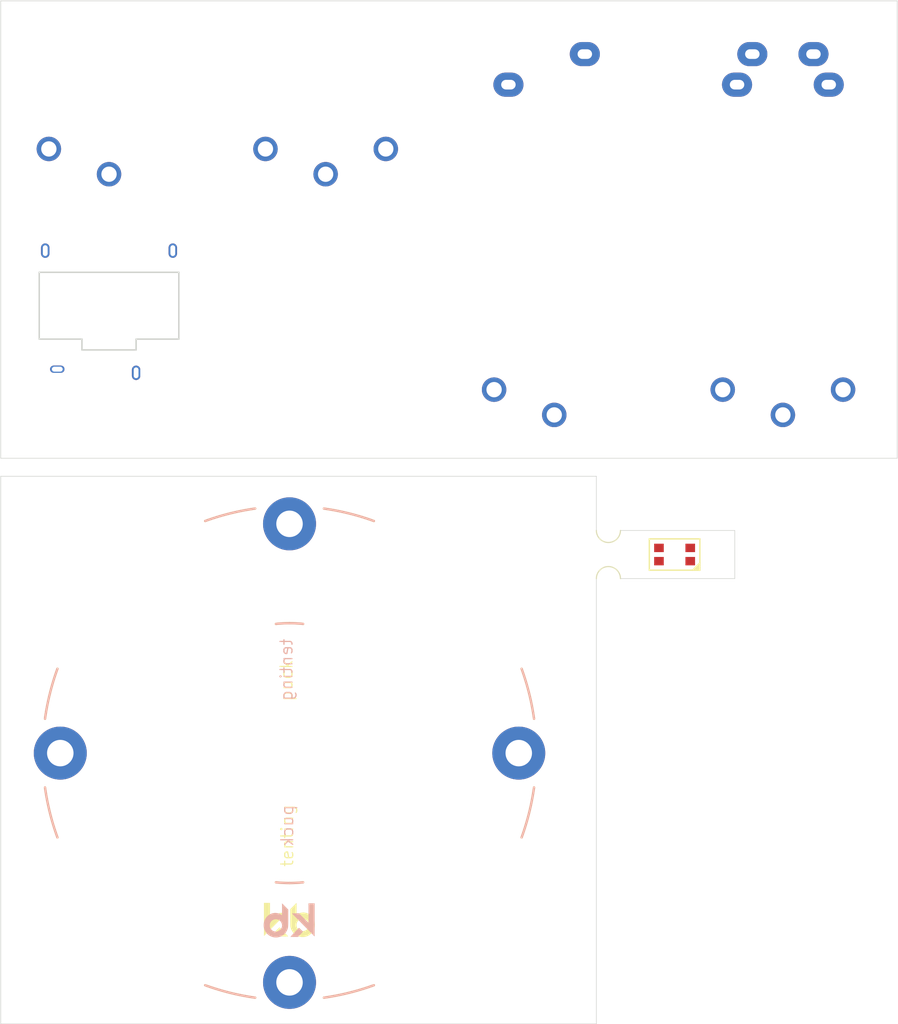
<source format=kicad_pcb>
(kicad_pcb (version 20171130) (host pcbnew 5.1.6)

  (general
    (thickness 1.6)
    (drawings 14)
    (tracks 0)
    (zones 0)
    (modules 10)
    (nets 1)
  )

  (page A4)
  (layers
    (0 F.Cu signal)
    (31 B.Cu signal)
    (32 B.Adhes user)
    (33 F.Adhes user)
    (34 B.Paste user)
    (35 F.Paste user)
    (36 B.SilkS user)
    (37 F.SilkS user)
    (38 B.Mask user)
    (39 F.Mask user)
    (40 Dwgs.User user)
    (41 Cmts.User user)
    (42 Eco1.User user)
    (43 Eco2.User user)
    (44 Edge.Cuts user)
    (45 Margin user)
    (46 B.CrtYd user)
    (47 F.CrtYd user)
    (48 B.Fab user)
    (49 F.Fab user)
  )

  (setup
    (last_trace_width 0.25)
    (trace_clearance 0.2)
    (zone_clearance 0.508)
    (zone_45_only no)
    (trace_min 0.2)
    (via_size 0.8)
    (via_drill 0.4)
    (via_min_size 0.4)
    (via_min_drill 0.3)
    (uvia_size 0.3)
    (uvia_drill 0.1)
    (uvias_allowed no)
    (uvia_min_size 0.2)
    (uvia_min_drill 0.1)
    (edge_width 0.05)
    (segment_width 0.2)
    (pcb_text_width 0.3)
    (pcb_text_size 1.5 1.5)
    (mod_edge_width 0.12)
    (mod_text_size 1 1)
    (mod_text_width 0.15)
    (pad_size 1.524 1.524)
    (pad_drill 0.762)
    (pad_to_mask_clearance 0.05)
    (aux_axis_origin 0 0)
    (visible_elements FFFFFF7F)
    (pcbplotparams
      (layerselection 0x010fc_ffffffff)
      (usegerberextensions false)
      (usegerberattributes true)
      (usegerberadvancedattributes true)
      (creategerberjobfile true)
      (excludeedgelayer true)
      (linewidth 0.100000)
      (plotframeref false)
      (viasonmask false)
      (mode 1)
      (useauxorigin false)
      (hpglpennumber 1)
      (hpglpenspeed 20)
      (hpglpendiameter 15.000000)
      (psnegative false)
      (psa4output false)
      (plotreference true)
      (plotvalue true)
      (plotinvisibletext false)
      (padsonsilk false)
      (subtractmaskfromsilk false)
      (outputformat 1)
      (mirror false)
      (drillshape 1)
      (scaleselection 1)
      (outputdirectory ""))
  )

  (net 0 "")

  (net_class Default "This is the default net class."
    (clearance 0.2)
    (trace_width 0.25)
    (via_dia 0.8)
    (via_drill 0.4)
    (uvia_dia 0.3)
    (uvia_drill 0.1)
  )

  (module panelization:mouse-bite-2mm-slot (layer F.Cu) (tedit 551DB891) (tstamp 5F8422A7)
    (at 62.5 58.5 90)
    (fp_text reference mouse-bite-2mm-slot (at 0 -2 90) (layer F.SilkS) hide
      (effects (font (size 1 1) (thickness 0.2)))
    )
    (fp_text value VAL** (at 0 2.1 90) (layer F.SilkS) hide
      (effects (font (size 1 1) (thickness 0.2)))
    )
    (fp_arc (start 2 0) (end 2 1) (angle 180) (layer F.SilkS) (width 0.1))
    (fp_arc (start -2 0) (end -2 -1) (angle 180) (layer F.SilkS) (width 0.1))
    (fp_circle (center 2 0) (end 2.06 0) (layer Dwgs.User) (width 0.05))
    (fp_circle (center -2 0) (end -2 -0.06) (layer Dwgs.User) (width 0.05))
    (fp_line (start -2 0) (end -2 0) (layer Eco1.User) (width 2))
    (fp_line (start 2 0) (end 2 0) (layer Eco1.User) (width 2))
    (pad "" np_thru_hole circle (at 0.75 0.75 90) (size 0.5 0.5) (drill 0.5) (layers *.Cu *.Mask))
    (pad "" np_thru_hole circle (at -0.75 0.75 90) (size 0.5 0.5) (drill 0.5) (layers *.Cu *.Mask))
    (pad "" np_thru_hole circle (at -0.75 -0.75 90) (size 0.5 0.5) (drill 0.5) (layers *.Cu *.Mask))
    (pad "" np_thru_hole circle (at 0.75 -0.75 90) (size 0.5 0.5) (drill 0.5) (layers *.Cu *.Mask))
    (pad "" np_thru_hole circle (at 0 0.75 90) (size 0.5 0.5) (drill 0.5) (layers *.Cu *.Mask))
    (pad "" np_thru_hole circle (at 0 -0.75 90) (size 0.5 0.5) (drill 0.5) (layers *.Cu *.Mask))
  )

  (module rgb:LED_RGB_FM-B2020RGBA-HG (layer F.Cu) (tedit 5F841476) (tstamp 5F842184)
    (at 68 58.5)
    (fp_text reference REF** (at 0 0) (layer F.SilkS) hide
      (effects (font (size 1 1) (thickness 0.15)))
    )
    (fp_text value FM-B2020RGBA-HG (at 0 2) (layer F.Fab) hide
      (effects (font (size 1 1) (thickness 0.15)))
    )
    (fp_line (start 2 0.9) (end 1.7 1.2) (layer F.SilkS) (width 0.12))
    (fp_line (start 2 1.1) (end 2 0.9) (layer F.SilkS) (width 0.12))
    (fp_line (start 1.9 1.2) (end 2 1.1) (layer F.SilkS) (width 0.12))
    (fp_line (start 2.1 1.1) (end 1.9 1.2) (layer F.SilkS) (width 0.12))
    (fp_line (start 1.9 1.3) (end 2.1 1.1) (layer F.SilkS) (width 0.12))
    (fp_line (start 1.7 1.3) (end 2.1 0.9) (layer F.SilkS) (width 0.12))
    (fp_line (start 1.5 1.3) (end 2.1 0.7) (layer F.SilkS) (width 0.12))
    (fp_line (start -2.1 -1.3) (end -2.1 1.3) (layer F.SilkS) (width 0.12))
    (fp_line (start 2.1 -1.3) (end -2.1 -1.3) (layer F.SilkS) (width 0.12))
    (fp_line (start 2.1 1.3) (end 2.1 -1.3) (layer F.SilkS) (width 0.12))
    (fp_line (start -2.1 1.3) (end 2.1 1.3) (layer F.SilkS) (width 0.12))
    (pad 3 smd rect (at -1.3 0.55) (size 0.8 0.7) (layers F.Cu F.Paste F.Mask))
    (pad 4 smd rect (at -1.3 -0.55) (size 0.8 0.7) (layers F.Cu F.Paste F.Mask))
    (pad 1 smd rect (at 1.3 0.55) (size 0.8 0.7) (layers F.Cu F.Paste F.Mask))
    (pad 2 smd rect (at 1.3 -0.55) (size 0.8 0.7) (layers F.Cu F.Paste F.Mask))
  )

  (module puck:Tenting_Puck (layer F.Cu) (tedit 5F4581B7) (tstamp 5F841911)
    (at 36 75)
    (fp_text reference REF** (at 7.6835 1.4605) (layer F.Fab)
      (effects (font (size 1 1) (thickness 0.15)))
    )
    (fp_text value "Tenting Puck" (at 8.0645 -2.8575) (layer F.Fab)
      (effects (font (size 1 1) (thickness 0.15)))
    )
    (fp_arc (start 0 0) (end 0 10.795) (angle 6) (layer B.SilkS) (width 0.2))
    (fp_arc (start 0 0) (end 0 -10.795) (angle -6) (layer B.SilkS) (width 0.2))
    (fp_arc (start 0 0) (end 0 -10.795) (angle 6) (layer B.SilkS) (width 0.2))
    (fp_arc (start 0 0) (end 0 10.795) (angle -6) (layer B.SilkS) (width 0.2))
    (fp_arc (start 0 0) (end 0 -10.795) (angle 6) (layer F.SilkS) (width 0.2))
    (fp_arc (start 0 0) (end 0 -10.795) (angle -6) (layer F.SilkS) (width 0.2))
    (fp_arc (start 0 0) (end 0 10.795) (angle -6) (layer F.SilkS) (width 0.2))
    (fp_arc (start 0 0) (end 0 10.795) (angle 6) (layer F.SilkS) (width 0.2))
    (fp_text user puck (at -0.1905 6.0325 90 unlocked) (layer B.SilkS)
      (effects (font (size 1 1) (thickness 0.1)) (justify mirror))
    )
    (fp_text user tenting (at -0.254 -6.9215 90) (layer B.SilkS)
      (effects (font (size 1 1) (thickness 0.1)) (justify mirror))
    )
    (fp_text user puck (at -0.254 -6.0325 90) (layer F.SilkS)
      (effects (font (size 1 1) (thickness 0.1)))
    )
    (fp_text user tenting (at -0.1905 6.858 90) (layer F.SilkS)
      (effects (font (size 1 1) (thickness 0.1)))
    )
    (fp_arc (start 0 0) (end -20.32 -2.8575) (angle 11.96500434) (layer B.SilkS) (width 0.2))
    (fp_arc (start 0 0) (end -20.32 2.8575) (angle -11.96501054) (layer B.SilkS) (width 0.2))
    (fp_arc (start 0 0) (end -2.8575 20.32) (angle 11.96500792) (layer B.SilkS) (width 0.2))
    (fp_arc (start 0 0) (end 2.8575 20.32) (angle -11.96500792) (layer B.SilkS) (width 0.2))
    (fp_arc (start 0 0) (end 20.32 2.8575) (angle 11.96501674) (layer B.SilkS) (width 0.2))
    (fp_arc (start 0 0) (end 20.32 -2.8575) (angle -11.96501674) (layer B.SilkS) (width 0.2))
    (fp_arc (start 0 0) (end 2.8575 -20.32) (angle 11.96501937) (layer B.SilkS) (width 0.2))
    (fp_arc (start 0 0) (end -2.8575 -20.32) (angle -11.96501054) (layer B.SilkS) (width 0.2))
    (fp_arc (start 0 0) (end -20.32 -2.8575) (angle 11.96501674) (layer F.SilkS) (width 0.2))
    (fp_arc (start 0 0) (end -20.32 2.8575) (angle -11.96501412) (layer F.SilkS) (width 0.2))
    (fp_arc (start 0 0) (end 20.32 2.8575) (angle 11.96501054) (layer F.SilkS) (width 0.2))
    (fp_arc (start 0 0) (end 20.32 -2.8575) (angle -11.96500792) (layer F.SilkS) (width 0.2))
    (fp_arc (start 0 0) (end -2.8575 20.32) (angle 11.96501128) (layer F.SilkS) (width 0.2))
    (fp_arc (start 0 0) (end 2.8575 20.32) (angle -11.96501412) (layer F.SilkS) (width 0.2))
    (fp_arc (start 0 0) (end -2.8575 -20.32) (angle -11.96501674) (layer F.SilkS) (width 0.2))
    (fp_arc (start 0 0) (end 2.8575 -20.32) (angle 11.96501412) (layer F.SilkS) (width 0.2))
    (fp_poly (pts (xy 1.584498 14.118044) (xy 0.781552 13.315344) (xy 0.493184 13.318438) (xy 0.204816 13.321531)
      (xy 1.05204 14.181668) (xy 1.169965 14.301391) (xy 1.284764 14.41794) (xy 1.395218 14.53008)
      (xy 1.50011 14.636573) (xy 1.598222 14.736184) (xy 1.688337 14.827677) (xy 1.769236 14.909814)
      (xy 1.839703 14.981359) (xy 1.898519 15.041077) (xy 1.944466 15.087731) (xy 1.976327 15.120084)
      (xy 1.990108 15.13408) (xy 2.080952 15.226356) (xy 2.080952 12.484486) (xy 1.584498 12.484486)
      (xy 1.584498 14.118044)) (layer B.SilkS) (width 0.01))
    (fp_poly (pts (xy -0.620536 12.983827) (xy -0.620728 13.088067) (xy -0.621217 13.184812) (xy -0.621967 13.271698)
      (xy -0.622943 13.34636) (xy -0.624112 13.406435) (xy -0.625439 13.449558) (xy -0.626888 13.473365)
      (xy -0.627796 13.477395) (xy -0.640227 13.471081) (xy -0.665073 13.454738) (xy -0.689207 13.437536)
      (xy -0.803904 13.366814) (xy -0.92612 13.31771) (xy -1.056503 13.290034) (xy -1.195704 13.283596)
      (xy -1.213516 13.284264) (xy -1.303151 13.290816) (xy -1.379634 13.302753) (xy -1.451286 13.322245)
      (xy -1.526424 13.351462) (xy -1.596275 13.384101) (xy -1.724208 13.459394) (xy -1.837128 13.551374)
      (xy -1.934022 13.658363) (xy -2.01388 13.778688) (xy -2.07569 13.910673) (xy -2.118442 14.052642)
      (xy -2.141123 14.202921) (xy -2.144684 14.292591) (xy -2.134393 14.445069) (xy -2.103037 14.589633)
      (xy -2.049892 14.728869) (xy -1.992637 14.835788) (xy -1.906925 14.956081) (xy -1.805312 15.06093)
      (xy -1.689979 15.149252) (xy -1.563104 15.219966) (xy -1.426868 15.271989) (xy -1.283449 15.304242)
      (xy -1.135028 15.315641) (xy -1.034782 15.311158) (xy -0.890174 15.286277) (xy -0.749606 15.240002)
      (xy -0.616433 15.174023) (xy -0.494013 15.090026) (xy -0.385701 14.9897) (xy -0.377307 14.980534)
      (xy -0.296176 14.876414) (xy -0.226484 14.758232) (xy -0.171318 14.632369) (xy -0.133765 14.505209)
      (xy -0.124896 14.458759) (xy -0.122283 14.430364) (xy -0.119938 14.380292) (xy -0.118469 14.329958)
      (xy -0.614807 14.329958) (xy -0.625379 14.427507) (xy -0.655811 14.521526) (xy -0.684465 14.575671)
      (xy -0.751399 14.663954) (xy -0.83088 14.734831) (xy -0.920312 14.787324) (xy -1.017098 14.820456)
      (xy -1.118639 14.83325) (xy -1.22234 14.824729) (xy -1.295167 14.805441) (xy -1.338164 14.789355)
      (xy -1.379069 14.771995) (xy -1.395236 14.764219) (xy -1.440522 14.733215) (xy -1.489845 14.687021)
      (xy -1.537902 14.631565) (xy -1.579387 14.572771) (xy -1.600875 14.534444) (xy -1.621056 14.490198)
      (xy -1.633701 14.45159) (xy -1.641058 14.409298) (xy -1.645376 14.353995) (xy -1.645658 14.348705)
      (xy -1.64229 14.24146) (xy -1.619434 14.143568) (xy -1.575782 14.050145) (xy -1.558012 14.021616)
      (xy -1.49347 13.943712) (xy -1.414653 13.881542) (xy -1.325017 13.836046) (xy -1.228018 13.808168)
      (xy -1.127114 13.798848) (xy -1.025762 13.80903) (xy -0.927416 13.839655) (xy -0.913413 13.845941)
      (xy -0.825461 13.89889) (xy -0.751471 13.967104) (xy -0.692428 14.04745) (xy -0.649315 14.136797)
      (xy -0.623113 14.23201) (xy -0.614807 14.329958) (xy -0.118469 14.329958) (xy -0.117885 14.309955)
      (xy -0.116146 14.220766) (xy -0.114743 14.114137) (xy -0.113699 13.991481) (xy -0.113035 13.854209)
      (xy -0.112774 13.703735) (xy -0.112771 13.691999) (xy -0.112684 13.000285) (xy -0.620388 12.490259)
      (xy -0.620536 12.983827)) (layer B.SilkS) (width 0.01))
    (fp_poly (pts (xy 0.777718 14.524575) (xy 0.755015 14.547438) (xy 0.720536 14.582969) (xy 0.676267 14.629061)
      (xy 0.6242 14.683607) (xy 0.566321 14.744501) (xy 0.504622 14.809636) (xy 0.441089 14.876906)
      (xy 0.377714 14.944204) (xy 0.316484 15.009423) (xy 0.259388 15.070458) (xy 0.208416 15.125201)
      (xy 0.165556 15.171546) (xy 0.132798 15.207386) (xy 0.11213 15.230615) (xy 0.109837 15.233306)
      (xy 0.081536 15.266941) (xy 0.70155 15.266941) (xy 0.8749 15.090872) (xy 0.928642 15.036129)
      (xy 0.978925 14.984616) (xy 1.022741 14.939436) (xy 1.057087 14.90369) (xy 1.078955 14.880481)
      (xy 1.082132 14.876989) (xy 1.116014 14.839174) (xy 0.954979 14.67783) (xy 0.905266 14.628375)
      (xy 0.861042 14.58505) (xy 0.824895 14.550337) (xy 0.799413 14.526717) (xy 0.787184 14.516669)
      (xy 0.786653 14.516486) (xy 0.777718 14.524575)) (layer B.SilkS) (width 0.01))
    (fp_poly (pts (xy 0.578279 12.94765) (xy 0.578471 13.05189) (xy 0.57896 13.148635) (xy 0.57971 13.235521)
      (xy 0.580686 13.310183) (xy 0.581855 13.370258) (xy 0.583182 13.413381) (xy 0.584631 13.437188)
      (xy 0.585539 13.441218) (xy 0.59797 13.434904) (xy 0.622816 13.418561) (xy 0.64695 13.401359)
      (xy 0.761647 13.330637) (xy 0.883863 13.281533) (xy 1.014246 13.253857) (xy 1.153447 13.247419)
      (xy 1.171259 13.248087) (xy 1.260894 13.254639) (xy 1.337377 13.266576) (xy 1.409029 13.286068)
      (xy 1.484167 13.315285) (xy 1.554018 13.347924) (xy 1.681951 13.423217) (xy 1.794871 13.515197)
      (xy 1.891765 13.622186) (xy 1.971623 13.742511) (xy 2.033433 13.874496) (xy 2.076185 14.016465)
      (xy 2.098866 14.166744) (xy 2.102427 14.256414) (xy 2.092136 14.408892) (xy 2.06078 14.553456)
      (xy 2.007635 14.692692) (xy 1.95038 14.799611) (xy 1.864668 14.919904) (xy 1.763055 15.024753)
      (xy 1.647722 15.113075) (xy 1.520847 15.183789) (xy 1.384611 15.235812) (xy 1.241192 15.268065)
      (xy 1.092771 15.279464) (xy 0.992525 15.274981) (xy 0.847917 15.2501) (xy 0.707349 15.203825)
      (xy 0.574176 15.137846) (xy 0.451756 15.053849) (xy 0.343444 14.953523) (xy 0.33505 14.944357)
      (xy 0.253919 14.840237) (xy 0.184227 14.722055) (xy 0.129061 14.596192) (xy 0.091508 14.469032)
      (xy 0.082639 14.422582) (xy 0.080026 14.394187) (xy 0.077681 14.344115) (xy 0.076212 14.293781)
      (xy 0.57255 14.293781) (xy 0.583122 14.39133) (xy 0.613554 14.485349) (xy 0.642208 14.539494)
      (xy 0.709142 14.627777) (xy 0.788623 14.698654) (xy 0.878055 14.751147) (xy 0.974841 14.784279)
      (xy 1.076382 14.797073) (xy 1.180083 14.788552) (xy 1.25291 14.769264) (xy 1.295907 14.753178)
      (xy 1.336812 14.735818) (xy 1.352979 14.728042) (xy 1.398265 14.697038) (xy 1.447588 14.650844)
      (xy 1.495645 14.595388) (xy 1.53713 14.536594) (xy 1.558618 14.498267) (xy 1.578799 14.454021)
      (xy 1.591444 14.415413) (xy 1.598801 14.373121) (xy 1.603119 14.317818) (xy 1.603401 14.312528)
      (xy 1.600033 14.205283) (xy 1.577177 14.107391) (xy 1.533525 14.013968) (xy 1.515755 13.985439)
      (xy 1.451213 13.907535) (xy 1.372396 13.845365) (xy 1.28276 13.799869) (xy 1.185761 13.771991)
      (xy 1.084857 13.762671) (xy 0.983505 13.772853) (xy 0.885159 13.803478) (xy 0.871156 13.809764)
      (xy 0.783204 13.862713) (xy 0.709214 13.930927) (xy 0.650171 14.011273) (xy 0.607058 14.10062)
      (xy 0.580856 14.195833) (xy 0.57255 14.293781) (xy 0.076212 14.293781) (xy 0.075628 14.273778)
      (xy 0.073889 14.184589) (xy 0.072486 14.07796) (xy 0.071442 13.955304) (xy 0.070778 13.818032)
      (xy 0.070517 13.667558) (xy 0.070514 13.655822) (xy 0.070427 12.964108) (xy 0.578131 12.454082)
      (xy 0.578279 12.94765)) (layer F.SilkS) (width 0.01))
    (fp_poly (pts (xy -0.819975 14.488398) (xy -0.797272 14.511261) (xy -0.762793 14.546792) (xy -0.718524 14.592884)
      (xy -0.666457 14.64743) (xy -0.608578 14.708324) (xy -0.546879 14.773459) (xy -0.483346 14.840729)
      (xy -0.419971 14.908027) (xy -0.358741 14.973246) (xy -0.301645 15.034281) (xy -0.250673 15.089024)
      (xy -0.207813 15.135369) (xy -0.175055 15.171209) (xy -0.154387 15.194438) (xy -0.152094 15.197129)
      (xy -0.123793 15.230764) (xy -0.743807 15.230764) (xy -0.917157 15.054695) (xy -0.970899 14.999952)
      (xy -1.021182 14.948439) (xy -1.064998 14.903259) (xy -1.099344 14.867513) (xy -1.121212 14.844304)
      (xy -1.124389 14.840812) (xy -1.158271 14.802997) (xy -0.997236 14.641653) (xy -0.947523 14.592198)
      (xy -0.903299 14.548873) (xy -0.867152 14.51416) (xy -0.84167 14.49054) (xy -0.829441 14.480492)
      (xy -0.82891 14.480309) (xy -0.819975 14.488398)) (layer F.SilkS) (width 0.01))
    (fp_poly (pts (xy -1.626755 14.081867) (xy -0.823809 13.279167) (xy -0.535441 13.282261) (xy -0.247073 13.285354)
      (xy -1.094297 14.145491) (xy -1.212222 14.265214) (xy -1.327021 14.381763) (xy -1.437475 14.493903)
      (xy -1.542367 14.600396) (xy -1.640479 14.700007) (xy -1.730594 14.7915) (xy -1.811493 14.873637)
      (xy -1.88196 14.945182) (xy -1.940776 15.0049) (xy -1.986723 15.051554) (xy -2.018584 15.083907)
      (xy -2.032365 15.097903) (xy -2.123209 15.190179) (xy -2.123209 12.448309) (xy -1.626755 12.448309)
      (xy -1.626755 14.081867)) (layer F.SilkS) (width 0.01))
    (fp_line (start -17.6 10) (end -17.6 -10) (layer F.CrtYd) (width 0.2))
    (fp_line (start 17.6 10) (end 17.6 -10) (layer F.CrtYd) (width 0.2))
    (fp_line (start 1.6 19.05) (end 1.6 -19.05) (layer F.CrtYd) (width 0.2))
    (fp_line (start -1.6 19.05) (end -1.6 -19.05) (layer F.CrtYd) (width 0.2))
    (fp_circle (center 0 0) (end 20.55 0) (layer B.CrtYd) (width 0.55))
    (pad 1 thru_hole circle (at -19.05 0) (size 4.4 4.4) (drill 2.2) (layers *.Cu *.Mask))
    (pad 1 thru_hole circle (at 0 19.05) (size 4.4 4.4) (drill 2.2) (layers *.Cu *.Mask))
    (pad 1 thru_hole circle (at 19.05 0) (size 4.4 4.4) (drill 2.2) (layers *.Cu *.Mask))
    (pad 1 thru_hole circle (at 0 -19.05) (size 4.4 4.4) (drill 2.2) (layers *.Cu *.Mask))
  )

  (module switches:MX_Reversible (layer F.Cu) (tedit 5F8350B8) (tstamp 5F836B43)
    (at 77 22)
    (fp_text reference REF** (at 0 0) (layer F.SilkS) hide
      (effects (font (size 1 1) (thickness 0.15)))
    )
    (fp_text value "MX, Reversible" (at 0 10.5) (layer Cmts.User) hide
      (effects (font (size 1 1) (thickness 0.15)))
    )
    (fp_line (start 7 7) (end -7 7) (layer Eco2.User) (width 0.15))
    (fp_line (start 7 7) (end 7 -7) (layer Eco2.User) (width 0.15))
    (fp_line (start -9.5 -9.5) (end 9.5 -9.5) (layer Eco1.User) (width 0.15))
    (fp_line (start -7 -7) (end 7 -7) (layer Eco2.User) (width 0.15))
    (fp_line (start -9.5 9.5) (end -9.5 -9.5) (layer Eco1.User) (width 0.15))
    (fp_line (start 9.5 9.5) (end -9.5 9.5) (layer Eco1.User) (width 0.15))
    (fp_line (start 9.5 -9.5) (end 9.5 9.5) (layer Eco1.User) (width 0.15))
    (fp_line (start -7 7) (end -7 -7) (layer Eco2.User) (width 0.15))
    (pad 2 thru_hole oval (at -2.54 -5.08) (size 2.5 2) (drill oval 1.2 0.8) (layers *.Cu *.Mask))
    (pad 1 thru_hole oval (at 3.81 -2.54) (size 2.5 2) (drill oval 1.2 0.8) (layers *.Cu *.Mask))
    (pad "" np_thru_hole circle (at 0 0 90) (size 4 4) (drill 4) (layers *.Cu *.Mask))
    (pad "" np_thru_hole circle (at 5.08 0 90) (size 1.9 1.9) (drill 1.9) (layers *.Cu *.Mask))
    (pad "" np_thru_hole circle (at -5.08 0 90) (size 1.9 1.9) (drill 1.9) (layers *.Cu *.Mask))
    (pad 1 thru_hole oval (at -3.81 -2.54) (size 2.5 2) (drill oval 1.2 0.8) (layers *.Cu *.Mask))
    (pad 2 thru_hole oval (at 2.54 -5.08) (size 2.5 2) (drill oval 1.2 0.8) (layers *.Cu *.Mask))
  )

  (module switches:MX (layer F.Cu) (tedit 5F835085) (tstamp 5F836A4C)
    (at 58 22)
    (fp_text reference %REF (at 0 0 180) (layer Dwgs.User) hide
      (effects (font (size 1 1) (thickness 0.15)))
    )
    (fp_text value MX (at 0 10.5 180) (layer Cmts.User) hide
      (effects (font (size 1 1) (thickness 0.15)))
    )
    (fp_line (start -9.5 -9.5) (end 9.5 -9.5) (layer Eco1.User) (width 0.15))
    (fp_line (start 9.5 -9.5) (end 9.5 9.5) (layer Eco1.User) (width 0.15))
    (fp_line (start 9.5 9.5) (end -9.5 9.5) (layer Eco1.User) (width 0.15))
    (fp_line (start -9.5 9.5) (end -9.5 -9.5) (layer Eco1.User) (width 0.15))
    (fp_line (start -7 7) (end -7 -7) (layer Eco2.User) (width 0.15))
    (fp_line (start -7 -7) (end 7 -7) (layer Eco2.User) (width 0.15))
    (fp_line (start 7 7) (end 7 -7) (layer Eco2.User) (width 0.15))
    (fp_line (start 7 7) (end -7 7) (layer Eco2.User) (width 0.15))
    (pad "" np_thru_hole circle (at 0 0 90) (size 4 4) (drill 4) (layers *.Cu *.Mask))
    (pad "" np_thru_hole circle (at -5.08 0 90) (size 1.9 1.9) (drill 1.9) (layers *.Cu *.Mask))
    (pad "" np_thru_hole circle (at 5.08 0 90) (size 1.9 1.9) (drill 1.9) (layers *.Cu *.Mask))
    (pad 2 thru_hole oval (at 2.54 -5.08) (size 2.5 2) (drill oval 1.2 0.8) (layers *.Cu *.Mask))
    (pad 1 thru_hole oval (at -3.81 -2.54) (size 2.5 2) (drill oval 1.2 0.8) (layers *.Cu *.Mask))
  )

  (module switches:Choc_PG1350_MX_Spacing_Reversible (layer F.Cu) (tedit 5F834A63) (tstamp 5F83725C)
    (at 77 41)
    (descr "Kailh \"Choc\" PG1350 keyswitch")
    (tags kailh,choc)
    (fp_text reference REF** (at 0 0) (layer F.SilkS) hide
      (effects (font (size 1 1) (thickness 0.15)))
    )
    (fp_text value "Choc PG1350, MX Spacing, Reversible" (at 0 10.5) (layer Cmts.User) hide
      (effects (font (size 1 1) (thickness 0.15)))
    )
    (fp_line (start -6.9 6.9) (end -6.9 -6.9) (layer Eco2.User) (width 0.15))
    (fp_line (start 6.9 -6.9) (end 6.9 6.9) (layer Eco2.User) (width 0.15))
    (fp_line (start 6.9 -6.9) (end -6.9 -6.9) (layer Eco2.User) (width 0.15))
    (fp_line (start -6.9 6.9) (end 6.9 6.9) (layer Eco2.User) (width 0.15))
    (fp_line (start -2.6 -3.1) (end -2.6 -6.3) (layer Eco2.User) (width 0.15))
    (fp_line (start 2.6 -6.3) (end -2.6 -6.3) (layer Eco2.User) (width 0.15))
    (fp_line (start 2.6 -3.1) (end 2.6 -6.3) (layer Eco2.User) (width 0.15))
    (fp_line (start -2.6 -3.1) (end 2.6 -3.1) (layer Eco2.User) (width 0.15))
    (fp_line (start -9.5 -9.5) (end 9.5 -9.5) (layer Eco1.User) (width 0.12))
    (fp_line (start 9.5 -9.5) (end 9.5 9.5) (layer Eco1.User) (width 0.12))
    (fp_line (start 9.5 9.5) (end -9.5 9.5) (layer Eco1.User) (width 0.12))
    (fp_line (start -9.5 9.5) (end -9.5 -9.5) (layer Eco1.User) (width 0.12))
    (pad "" np_thru_hole circle (at -5.22 -4.2) (size 0.9906 0.9906) (drill 0.9906) (layers *.Cu *.Mask))
    (pad 2 thru_hole circle (at 5 3.8) (size 2.032 2.032) (drill 1.27) (layers *.Cu *.Mask))
    (pad "" np_thru_hole circle (at -5.5 0) (size 1.7018 1.7018) (drill 1.7018) (layers *.Cu *.Mask))
    (pad "" np_thru_hole circle (at 5.5 0) (size 1.7018 1.7018) (drill 1.7018) (layers *.Cu *.Mask))
    (pad "" np_thru_hole circle (at 5.22 -4.2) (size 0.9906 0.9906) (drill 0.9906) (layers *.Cu *.Mask))
    (pad 1 thru_hole circle (at 0 5.9) (size 2.032 2.032) (drill 1.27) (layers *.Cu *.Mask))
    (pad 2 thru_hole circle (at -5 3.8) (size 2.032 2.032) (drill 1.27) (layers *.Cu *.Mask))
    (pad "" np_thru_hole circle (at 0 0) (size 3.429 3.429) (drill 3.429) (layers *.Cu *.Mask))
  )

  (module switches:Choc_PG1350_MX_Spacing (layer F.Cu) (tedit 5F834A4E) (tstamp 5F836F3D)
    (at 58 41)
    (descr "Kailh \"Choc\" PG1350 keyswitch")
    (tags kailh,choc)
    (fp_text reference REF** (at 0 0) (layer F.SilkS) hide
      (effects (font (size 1 1) (thickness 0.15)))
    )
    (fp_text value "Choc PG1350, MX Spacing" (at 0 10.5) (layer Cmts.User) hide
      (effects (font (size 1 1) (thickness 0.15)))
    )
    (fp_line (start -9.5 9.5) (end -9.5 -9.5) (layer Eco1.User) (width 0.12))
    (fp_line (start 9.5 9.5) (end -9.5 9.5) (layer Eco1.User) (width 0.12))
    (fp_line (start 9.5 -9.5) (end 9.5 9.5) (layer Eco1.User) (width 0.12))
    (fp_line (start -9.5 -9.5) (end 9.5 -9.5) (layer Eco1.User) (width 0.12))
    (fp_line (start -2.6 -3.1) (end 2.6 -3.1) (layer Eco2.User) (width 0.15))
    (fp_line (start 2.6 -3.1) (end 2.6 -6.3) (layer Eco2.User) (width 0.15))
    (fp_line (start 2.6 -6.3) (end -2.6 -6.3) (layer Eco2.User) (width 0.15))
    (fp_line (start -2.6 -3.1) (end -2.6 -6.3) (layer Eco2.User) (width 0.15))
    (fp_line (start -6.9 6.9) (end 6.9 6.9) (layer Eco2.User) (width 0.15))
    (fp_line (start 6.9 -6.9) (end -6.9 -6.9) (layer Eco2.User) (width 0.15))
    (fp_line (start 6.9 -6.9) (end 6.9 6.9) (layer Eco2.User) (width 0.15))
    (fp_line (start -6.9 6.9) (end -6.9 -6.9) (layer Eco2.User) (width 0.15))
    (pad "" np_thru_hole circle (at -5.5 0) (size 1.7018 1.7018) (drill 1.7018) (layers *.Cu *.Mask))
    (pad "" np_thru_hole circle (at 5.5 0) (size 1.7018 1.7018) (drill 1.7018) (layers *.Cu *.Mask))
    (pad "" np_thru_hole circle (at 5.22 -4.2) (size 0.9906 0.9906) (drill 0.9906) (layers *.Cu *.Mask))
    (pad 1 thru_hole circle (at 0 5.9) (size 2.032 2.032) (drill 1.27) (layers *.Cu *.Mask))
    (pad 2 thru_hole circle (at -5 3.8) (size 2.032 2.032) (drill 1.27) (layers *.Cu *.Mask))
    (pad "" np_thru_hole circle (at 0 0) (size 3.429 3.429) (drill 3.429) (layers *.Cu *.Mask))
  )

  (module switches:Choc_PG1350_Choc_Spacing_Reversible (layer F.Cu) (tedit 5F834A06) (tstamp 5F8368CD)
    (at 39 21)
    (descr "Kailh \"Choc\" PG1350 keyswitch")
    (tags kailh,choc)
    (fp_text reference REF** (at 0 0) (layer F.SilkS) hide
      (effects (font (size 1 1) (thickness 0.15)))
    )
    (fp_text value "Choc PG1350, Choc Spacing, Reversible" (at 0 10.5) (layer Cmts.User) hide
      (effects (font (size 1 1) (thickness 0.15)))
    )
    (fp_line (start -9 8.5) (end -9 -8.5) (layer Eco1.User) (width 0.12))
    (fp_line (start 9 8.5) (end -9 8.5) (layer Eco1.User) (width 0.12))
    (fp_line (start 9 -8.5) (end 9 8.5) (layer Eco1.User) (width 0.12))
    (fp_line (start -9 -8.5) (end 9 -8.5) (layer Eco1.User) (width 0.12))
    (fp_line (start -2.6 -3.1) (end 2.6 -3.1) (layer Eco2.User) (width 0.15))
    (fp_line (start 2.6 -3.1) (end 2.6 -6.3) (layer Eco2.User) (width 0.15))
    (fp_line (start 2.6 -6.3) (end -2.6 -6.3) (layer Eco2.User) (width 0.15))
    (fp_line (start -2.6 -3.1) (end -2.6 -6.3) (layer Eco2.User) (width 0.15))
    (fp_line (start -6.9 6.9) (end 6.9 6.9) (layer Eco2.User) (width 0.15))
    (fp_line (start 6.9 -6.9) (end -6.9 -6.9) (layer Eco2.User) (width 0.15))
    (fp_line (start 6.9 -6.9) (end 6.9 6.9) (layer Eco2.User) (width 0.15))
    (fp_line (start -6.9 6.9) (end -6.9 -6.9) (layer Eco2.User) (width 0.15))
    (pad 2 thru_hole circle (at 5 3.8 270) (size 2.032 2.032) (drill 1.27) (layers *.Cu *.Mask))
    (pad "" np_thru_hole circle (at -5.22 -4.2) (size 0.9906 0.9906) (drill 0.9906) (layers *.Cu *.Mask))
    (pad "" np_thru_hole circle (at 0 0) (size 3.429 3.429) (drill 3.429) (layers *.Cu *.Mask))
    (pad 2 thru_hole circle (at -5 3.8) (size 2.032 2.032) (drill 1.27) (layers *.Cu *.Mask))
    (pad 1 thru_hole circle (at 0 5.9) (size 2.032 2.032) (drill 1.27) (layers *.Cu *.Mask))
    (pad "" np_thru_hole circle (at 5.22 -4.2) (size 0.9906 0.9906) (drill 0.9906) (layers *.Cu *.Mask))
    (pad "" np_thru_hole circle (at 5.5 0) (size 1.7018 1.7018) (drill 1.7018) (layers *.Cu *.Mask))
    (pad "" np_thru_hole circle (at -5.5 0) (size 1.7018 1.7018) (drill 1.7018) (layers *.Cu *.Mask))
  )

  (module switches:Choc_PG1350_Choc_Spacing (layer F.Cu) (tedit 5F834A13) (tstamp 5F836632)
    (at 21 21)
    (descr "Kailh \"Choc\" PG1350 keyswitch")
    (tags kailh,choc)
    (fp_text reference REF** (at 0 0) (layer F.SilkS) hide
      (effects (font (size 1 1) (thickness 0.15)))
    )
    (fp_text value "Choc PG1350, Choc Spacing" (at 0 10.5) (layer Cmts.User) hide
      (effects (font (size 1 1) (thickness 0.15)))
    )
    (fp_line (start -9 8.5) (end -9 -8.5) (layer Eco1.User) (width 0.12))
    (fp_line (start 9 8.5) (end -9 8.5) (layer Eco1.User) (width 0.12))
    (fp_line (start 9 -8.5) (end 9 8.5) (layer Eco1.User) (width 0.12))
    (fp_line (start -9 -8.5) (end 9 -8.5) (layer Eco1.User) (width 0.12))
    (fp_line (start -2.6 -3.1) (end 2.6 -3.1) (layer Eco2.User) (width 0.15))
    (fp_line (start 2.6 -3.1) (end 2.6 -6.3) (layer Eco2.User) (width 0.15))
    (fp_line (start 2.6 -6.3) (end -2.6 -6.3) (layer Eco2.User) (width 0.15))
    (fp_line (start -2.6 -3.1) (end -2.6 -6.3) (layer Eco2.User) (width 0.15))
    (fp_line (start -6.9 6.9) (end 6.9 6.9) (layer Eco2.User) (width 0.15))
    (fp_line (start 6.9 -6.9) (end -6.9 -6.9) (layer Eco2.User) (width 0.15))
    (fp_line (start 6.9 -6.9) (end 6.9 6.9) (layer Eco2.User) (width 0.15))
    (fp_line (start -6.9 6.9) (end -6.9 -6.9) (layer Eco2.User) (width 0.15))
    (pad "" np_thru_hole circle (at 0 0) (size 3.429 3.429) (drill 3.429) (layers *.Cu *.Mask))
    (pad 2 thru_hole circle (at -5 3.8) (size 2.032 2.032) (drill 1.27) (layers *.Cu *.Mask))
    (pad 1 thru_hole circle (at 0 5.9) (size 2.032 2.032) (drill 1.27) (layers *.Cu *.Mask))
    (pad "" np_thru_hole circle (at 5.22 -4.2) (size 0.9906 0.9906) (drill 0.9906) (layers *.Cu *.Mask))
    (pad "" np_thru_hole circle (at 5.5 0) (size 1.7018 1.7018) (drill 1.7018) (layers *.Cu *.Mask))
    (pad "" np_thru_hole circle (at -5.5 0) (size 1.7018 1.7018) (drill 1.7018) (layers *.Cu *.Mask))
  )

  (module switches:Choc_Mini_PG1232_Choc_Spacing (layer F.Cu) (tedit 5F8349C4) (tstamp 5F836330)
    (at 21 38)
    (fp_text reference REF** (at 0.1 -0.05) (layer F.SilkS) hide
      (effects (font (size 1 1) (thickness 0.15)))
    )
    (fp_text value "Choc Mini PG1232, Choc Spacing" (at 0 10.5) (layer Cmts.User) hide
      (effects (font (size 1 1) (thickness 0.15)))
    )
    (fp_line (start -7.25 6.75) (end 7.25 6.75) (layer Eco2.User) (width 0.15))
    (fp_line (start -7.25 -6.75) (end 7.25 -6.75) (layer Eco2.User) (width 0.15))
    (fp_line (start -7.25 -6.75) (end -7.25 6.75) (layer Eco2.User) (width 0.15))
    (fp_line (start 7.25 -6.75) (end 7.25 6.75) (layer Eco2.User) (width 0.15))
    (fp_line (start 2.8 -5.35) (end -2.8 -5.35) (layer Eco2.User) (width 0.15))
    (fp_line (start -2.8 -3.2) (end 2.8 -3.2) (layer Eco2.User) (width 0.15))
    (fp_line (start 2.25 2.6) (end 5.8 2.6) (layer Edge.Cuts) (width 0.12))
    (fp_line (start -2.25 2.6) (end -5.8 2.6) (layer Edge.Cuts) (width 0.12))
    (fp_line (start 2.25 3.5) (end 2.25 2.6) (layer Edge.Cuts) (width 0.12))
    (fp_line (start -2.25 3.5) (end 2.25 3.5) (layer Edge.Cuts) (width 0.12))
    (fp_line (start -2.25 2.6) (end -2.25 3.5) (layer Edge.Cuts) (width 0.12))
    (fp_line (start -5.8 2.6) (end -5.8 -2.95) (layer Edge.Cuts) (width 0.12))
    (fp_line (start 5.8 -2.95) (end 5.8 2.6) (layer Edge.Cuts) (width 0.12))
    (fp_line (start -5.8 -2.95) (end 5.8 -2.95) (layer Edge.Cuts) (width 0.12))
    (fp_line (start -9 -8.5) (end -9 8.5) (layer Eco1.User) (width 0.12))
    (fp_line (start 9 -8.5) (end 9 8.5) (layer Eco1.User) (width 0.12))
    (fp_line (start -9 -8.5) (end 9 -8.5) (layer Eco1.User) (width 0.12))
    (fp_line (start -9 8.5) (end 9 8.5) (layer Eco1.User) (width 0.12))
    (fp_line (start 2.8 -3.2) (end 2.8 -5.35) (layer Eco2.User) (width 0.15))
    (fp_line (start -2.8 -3.2) (end -2.8 -5.35) (layer Eco2.User) (width 0.15))
    (pad 4 thru_hole oval (at -5.3 -4.75) (size 0.7 1.2) (drill oval 0.4 0.9) (layers *.Cu *.Mask)
      (clearance 0.2))
    (pad 3 thru_hole oval (at 5.3 -4.75) (size 0.7 1.2) (drill oval 0.4 0.9) (layers *.Cu *.Mask)
      (clearance 0.2))
    (pad 2 thru_hole oval (at 2.25 5.4) (size 0.7 1.2) (drill oval 0.4 0.9) (layers *.Cu *.Mask)
      (clearance 0.2))
    (pad 1 thru_hole oval (at -4.3 5.1) (size 1.2 0.6) (drill oval 0.9 0.4) (layers *.Cu *.Mask)
      (clearance 0.2))
  )

  (gr_arc (start 62.5 56.5) (end 61.5 56.5) (angle -180) (layer Edge.Cuts) (width 0.05))
  (gr_arc (start 62.5 60.5) (end 63.5 60.5) (angle -180) (layer Edge.Cuts) (width 0.05))
  (gr_line (start 61.5 97.5) (end 61.5 60.5) (layer Edge.Cuts) (width 0.05))
  (gr_line (start 12 97.5) (end 61.5 97.5) (layer Edge.Cuts) (width 0.05))
  (gr_line (start 12 52) (end 12 97.5) (layer Edge.Cuts) (width 0.05))
  (gr_line (start 61.5 52) (end 12 52) (layer Edge.Cuts) (width 0.05))
  (gr_line (start 61.5 56.5) (end 61.5 52) (layer Edge.Cuts) (width 0.05))
  (gr_line (start 73 60.5) (end 73 56.5) (layer Edge.Cuts) (width 0.05) (tstamp 5F8422A8))
  (gr_line (start 63.5 60.5) (end 73 60.5) (layer Edge.Cuts) (width 0.05))
  (gr_line (start 63.5 56.5) (end 73 56.5) (layer Edge.Cuts) (width 0.05))
  (gr_line (start 12 50.5) (end 12 12.5) (layer Edge.Cuts) (width 0.05) (tstamp 5F83725E))
  (gr_line (start 86.5 50.5) (end 12 50.5) (layer Edge.Cuts) (width 0.05))
  (gr_line (start 86.5 12.5) (end 86.5 50.5) (layer Edge.Cuts) (width 0.05))
  (gr_line (start 12 12.5) (end 86.5 12.5) (layer Edge.Cuts) (width 0.05))

)

</source>
